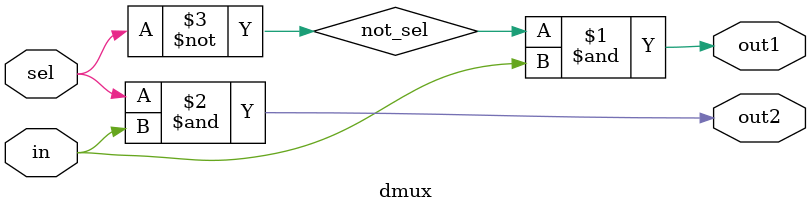
<source format=v>



module dmux(in,sel,out1,out2);
  input in, sel;
  output out1, out2;
  wire not_sel;

  not not1(not_sel, sel);
  and and1(out1, not_sel, in);
  and and2(out2, sel, in);
endmodule

// --------------------------------------------------------------

</source>
